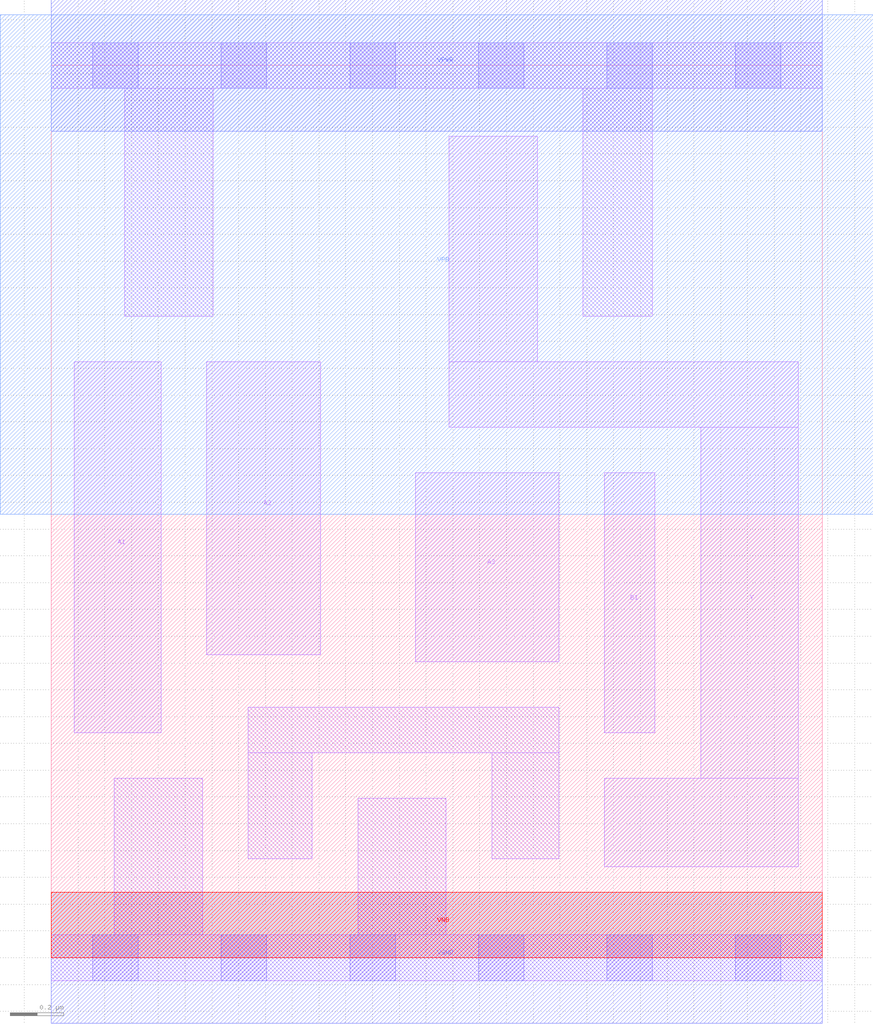
<source format=lef>
# Copyright 2020 The SkyWater PDK Authors
#
# Licensed under the Apache License, Version 2.0 (the "License");
# you may not use this file except in compliance with the License.
# You may obtain a copy of the License at
#
#     https://www.apache.org/licenses/LICENSE-2.0
#
# Unless required by applicable law or agreed to in writing, software
# distributed under the License is distributed on an "AS IS" BASIS,
# WITHOUT WARRANTIES OR CONDITIONS OF ANY KIND, either express or implied.
# See the License for the specific language governing permissions and
# limitations under the License.
#
# SPDX-License-Identifier: Apache-2.0

VERSION 5.7 ;
  NOWIREEXTENSIONATPIN ON ;
  DIVIDERCHAR "/" ;
  BUSBITCHARS "[]" ;
MACRO sky130_fd_sc_lp__o31ai_0
  CLASS CORE ;
  FOREIGN sky130_fd_sc_lp__o31ai_0 ;
  ORIGIN  0.000000  0.000000 ;
  SIZE  2.880000 BY  3.330000 ;
  SYMMETRY X Y R90 ;
  SITE unit ;
  PIN A1
    ANTENNAGATEAREA  0.159000 ;
    DIRECTION INPUT ;
    USE SIGNAL ;
    PORT
      LAYER li1 ;
        RECT 0.085000 0.840000 0.410000 2.225000 ;
    END
  END A1
  PIN A2
    ANTENNAGATEAREA  0.159000 ;
    DIRECTION INPUT ;
    USE SIGNAL ;
    PORT
      LAYER li1 ;
        RECT 0.580000 1.130000 1.005000 2.225000 ;
    END
  END A2
  PIN A3
    ANTENNAGATEAREA  0.159000 ;
    DIRECTION INPUT ;
    USE SIGNAL ;
    PORT
      LAYER li1 ;
        RECT 1.360000 1.105000 1.895000 1.810000 ;
    END
  END A3
  PIN B1
    ANTENNAGATEAREA  0.159000 ;
    DIRECTION INPUT ;
    USE SIGNAL ;
    PORT
      LAYER li1 ;
        RECT 2.065000 0.840000 2.255000 1.810000 ;
    END
  END B1
  PIN Y
    ANTENNADIFFAREA  0.433300 ;
    DIRECTION OUTPUT ;
    USE SIGNAL ;
    PORT
      LAYER li1 ;
        RECT 1.485000 1.980000 2.790000 2.225000 ;
        RECT 1.485000 2.225000 1.815000 3.065000 ;
        RECT 2.065000 0.340000 2.790000 0.670000 ;
        RECT 2.425000 0.670000 2.790000 1.980000 ;
    END
  END Y
  PIN VGND
    DIRECTION INOUT ;
    USE GROUND ;
    PORT
      LAYER met1 ;
        RECT 0.000000 -0.245000 2.880000 0.245000 ;
    END
  END VGND
  PIN VNB
    DIRECTION INOUT ;
    USE GROUND ;
    PORT
      LAYER pwell ;
        RECT 0.000000 0.000000 2.880000 0.245000 ;
    END
  END VNB
  PIN VPB
    DIRECTION INOUT ;
    USE POWER ;
    PORT
      LAYER nwell ;
        RECT -0.190000 1.655000 3.070000 3.520000 ;
    END
  END VPB
  PIN VPWR
    DIRECTION INOUT ;
    USE POWER ;
    PORT
      LAYER met1 ;
        RECT 0.000000 3.085000 2.880000 3.575000 ;
    END
  END VPWR
  OBS
    LAYER li1 ;
      RECT 0.000000 -0.085000 2.880000 0.085000 ;
      RECT 0.000000  3.245000 2.880000 3.415000 ;
      RECT 0.235000  0.085000 0.565000 0.670000 ;
      RECT 0.275000  2.395000 0.605000 3.245000 ;
      RECT 0.735000  0.370000 0.975000 0.765000 ;
      RECT 0.735000  0.765000 1.895000 0.935000 ;
      RECT 1.145000  0.085000 1.475000 0.595000 ;
      RECT 1.645000  0.370000 1.895000 0.765000 ;
      RECT 1.985000  2.395000 2.245000 3.245000 ;
    LAYER mcon ;
      RECT 0.155000 -0.085000 0.325000 0.085000 ;
      RECT 0.155000  3.245000 0.325000 3.415000 ;
      RECT 0.635000 -0.085000 0.805000 0.085000 ;
      RECT 0.635000  3.245000 0.805000 3.415000 ;
      RECT 1.115000 -0.085000 1.285000 0.085000 ;
      RECT 1.115000  3.245000 1.285000 3.415000 ;
      RECT 1.595000 -0.085000 1.765000 0.085000 ;
      RECT 1.595000  3.245000 1.765000 3.415000 ;
      RECT 2.075000 -0.085000 2.245000 0.085000 ;
      RECT 2.075000  3.245000 2.245000 3.415000 ;
      RECT 2.555000 -0.085000 2.725000 0.085000 ;
      RECT 2.555000  3.245000 2.725000 3.415000 ;
  END
END sky130_fd_sc_lp__o31ai_0
END LIBRARY

</source>
